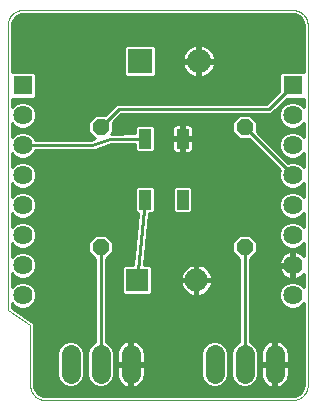
<source format=gtl>
G75*
%MOIN*%
%OFA0B0*%
%FSLAX25Y25*%
%IPPOS*%
%LPD*%
%AMOC8*
5,1,8,0,0,1.08239X$1,22.5*
%
%ADD10C,0.00100*%
%ADD11R,0.06400X0.06400*%
%ADD12C,0.06400*%
%ADD13OC8,0.05600*%
%ADD14C,0.06400*%
%ADD15R,0.08000X0.08000*%
%ADD16C,0.08000*%
%ADD17C,0.07600*%
%ADD18R,0.07600X0.07600*%
%ADD19R,0.03937X0.06500*%
%ADD20C,0.01000*%
D10*
X0087000Y0031500D02*
X0094500Y0026500D01*
X0094500Y0006500D01*
X0094502Y0006360D01*
X0094508Y0006220D01*
X0094518Y0006080D01*
X0094531Y0005940D01*
X0094549Y0005801D01*
X0094571Y0005662D01*
X0094596Y0005525D01*
X0094625Y0005387D01*
X0094658Y0005251D01*
X0094695Y0005116D01*
X0094736Y0004982D01*
X0094781Y0004849D01*
X0094829Y0004717D01*
X0094881Y0004587D01*
X0094936Y0004458D01*
X0094995Y0004331D01*
X0095058Y0004205D01*
X0095124Y0004081D01*
X0095193Y0003960D01*
X0095266Y0003840D01*
X0095343Y0003722D01*
X0095422Y0003607D01*
X0095505Y0003493D01*
X0095591Y0003383D01*
X0095680Y0003274D01*
X0095772Y0003168D01*
X0095867Y0003065D01*
X0095964Y0002964D01*
X0096065Y0002867D01*
X0096168Y0002772D01*
X0096274Y0002680D01*
X0096383Y0002591D01*
X0096493Y0002505D01*
X0096607Y0002422D01*
X0096722Y0002343D01*
X0096840Y0002266D01*
X0096960Y0002193D01*
X0097081Y0002124D01*
X0097205Y0002058D01*
X0097331Y0001995D01*
X0097458Y0001936D01*
X0097587Y0001881D01*
X0097717Y0001829D01*
X0097849Y0001781D01*
X0097982Y0001736D01*
X0098116Y0001695D01*
X0098251Y0001658D01*
X0098387Y0001625D01*
X0098525Y0001596D01*
X0098662Y0001571D01*
X0098801Y0001549D01*
X0098940Y0001531D01*
X0099080Y0001518D01*
X0099220Y0001508D01*
X0099360Y0001502D01*
X0099500Y0001500D01*
X0182000Y0001500D01*
X0182140Y0001502D01*
X0182280Y0001508D01*
X0182420Y0001518D01*
X0182560Y0001531D01*
X0182699Y0001549D01*
X0182838Y0001571D01*
X0182975Y0001596D01*
X0183113Y0001625D01*
X0183249Y0001658D01*
X0183384Y0001695D01*
X0183518Y0001736D01*
X0183651Y0001781D01*
X0183783Y0001829D01*
X0183913Y0001881D01*
X0184042Y0001936D01*
X0184169Y0001995D01*
X0184295Y0002058D01*
X0184419Y0002124D01*
X0184540Y0002193D01*
X0184660Y0002266D01*
X0184778Y0002343D01*
X0184893Y0002422D01*
X0185007Y0002505D01*
X0185117Y0002591D01*
X0185226Y0002680D01*
X0185332Y0002772D01*
X0185435Y0002867D01*
X0185536Y0002964D01*
X0185633Y0003065D01*
X0185728Y0003168D01*
X0185820Y0003274D01*
X0185909Y0003383D01*
X0185995Y0003493D01*
X0186078Y0003607D01*
X0186157Y0003722D01*
X0186234Y0003840D01*
X0186307Y0003960D01*
X0186376Y0004081D01*
X0186442Y0004205D01*
X0186505Y0004331D01*
X0186564Y0004458D01*
X0186619Y0004587D01*
X0186671Y0004717D01*
X0186719Y0004849D01*
X0186764Y0004982D01*
X0186805Y0005116D01*
X0186842Y0005251D01*
X0186875Y0005387D01*
X0186904Y0005525D01*
X0186929Y0005662D01*
X0186951Y0005801D01*
X0186969Y0005940D01*
X0186982Y0006080D01*
X0186992Y0006220D01*
X0186998Y0006360D01*
X0187000Y0006500D01*
X0187000Y0126500D01*
X0186998Y0126640D01*
X0186992Y0126780D01*
X0186982Y0126920D01*
X0186969Y0127060D01*
X0186951Y0127199D01*
X0186929Y0127338D01*
X0186904Y0127475D01*
X0186875Y0127613D01*
X0186842Y0127749D01*
X0186805Y0127884D01*
X0186764Y0128018D01*
X0186719Y0128151D01*
X0186671Y0128283D01*
X0186619Y0128413D01*
X0186564Y0128542D01*
X0186505Y0128669D01*
X0186442Y0128795D01*
X0186376Y0128919D01*
X0186307Y0129040D01*
X0186234Y0129160D01*
X0186157Y0129278D01*
X0186078Y0129393D01*
X0185995Y0129507D01*
X0185909Y0129617D01*
X0185820Y0129726D01*
X0185728Y0129832D01*
X0185633Y0129935D01*
X0185536Y0130036D01*
X0185435Y0130133D01*
X0185332Y0130228D01*
X0185226Y0130320D01*
X0185117Y0130409D01*
X0185007Y0130495D01*
X0184893Y0130578D01*
X0184778Y0130657D01*
X0184660Y0130734D01*
X0184540Y0130807D01*
X0184419Y0130876D01*
X0184295Y0130942D01*
X0184169Y0131005D01*
X0184042Y0131064D01*
X0183913Y0131119D01*
X0183783Y0131171D01*
X0183651Y0131219D01*
X0183518Y0131264D01*
X0183384Y0131305D01*
X0183249Y0131342D01*
X0183113Y0131375D01*
X0182975Y0131404D01*
X0182838Y0131429D01*
X0182699Y0131451D01*
X0182560Y0131469D01*
X0182420Y0131482D01*
X0182280Y0131492D01*
X0182140Y0131498D01*
X0182000Y0131500D01*
X0092000Y0131500D01*
X0091860Y0131498D01*
X0091720Y0131492D01*
X0091580Y0131482D01*
X0091440Y0131469D01*
X0091301Y0131451D01*
X0091162Y0131429D01*
X0091025Y0131404D01*
X0090887Y0131375D01*
X0090751Y0131342D01*
X0090616Y0131305D01*
X0090482Y0131264D01*
X0090349Y0131219D01*
X0090217Y0131171D01*
X0090087Y0131119D01*
X0089958Y0131064D01*
X0089831Y0131005D01*
X0089705Y0130942D01*
X0089581Y0130876D01*
X0089460Y0130807D01*
X0089340Y0130734D01*
X0089222Y0130657D01*
X0089107Y0130578D01*
X0088993Y0130495D01*
X0088883Y0130409D01*
X0088774Y0130320D01*
X0088668Y0130228D01*
X0088565Y0130133D01*
X0088464Y0130036D01*
X0088367Y0129935D01*
X0088272Y0129832D01*
X0088180Y0129726D01*
X0088091Y0129617D01*
X0088005Y0129507D01*
X0087922Y0129393D01*
X0087843Y0129278D01*
X0087766Y0129160D01*
X0087693Y0129040D01*
X0087624Y0128919D01*
X0087558Y0128795D01*
X0087495Y0128669D01*
X0087436Y0128542D01*
X0087381Y0128413D01*
X0087329Y0128283D01*
X0087281Y0128151D01*
X0087236Y0128018D01*
X0087195Y0127884D01*
X0087158Y0127749D01*
X0087125Y0127613D01*
X0087096Y0127475D01*
X0087071Y0127338D01*
X0087049Y0127199D01*
X0087031Y0127060D01*
X0087018Y0126920D01*
X0087008Y0126780D01*
X0087002Y0126640D01*
X0087000Y0126500D01*
X0087000Y0031500D01*
D11*
X0092000Y0106500D03*
X0182000Y0106500D03*
D12*
X0182000Y0096500D03*
X0182000Y0086500D03*
X0182000Y0076500D03*
X0182000Y0066500D03*
X0182000Y0056500D03*
X0182000Y0046500D03*
X0182000Y0036500D03*
X0092000Y0036500D03*
X0092000Y0046500D03*
X0092000Y0056500D03*
X0092000Y0066500D03*
X0092000Y0076500D03*
X0092000Y0086500D03*
X0092000Y0096500D03*
D13*
X0118000Y0092500D03*
X0166000Y0092500D03*
X0166000Y0052500D03*
X0118000Y0052500D03*
D14*
X0118000Y0016700D02*
X0118000Y0010300D01*
X0108000Y0010300D02*
X0108000Y0016700D01*
X0128000Y0016700D02*
X0128000Y0010300D01*
X0156000Y0010300D02*
X0156000Y0016700D01*
X0166000Y0016700D02*
X0166000Y0010300D01*
X0176000Y0010300D02*
X0176000Y0016700D01*
D15*
X0131000Y0114500D03*
D16*
X0150685Y0114500D03*
D17*
X0149843Y0041500D03*
D18*
X0130157Y0041500D03*
D19*
X0132701Y0068354D03*
X0145299Y0068354D03*
X0145299Y0088646D03*
X0132701Y0088646D03*
D20*
X0121000Y0088500D01*
X0115000Y0086500D01*
X0092000Y0086500D01*
X0096125Y0084700D02*
X0114575Y0084700D01*
X0114862Y0084557D01*
X0115292Y0084700D01*
X0115746Y0084700D01*
X0115972Y0084927D01*
X0121303Y0086704D01*
X0129432Y0086805D01*
X0129432Y0084857D01*
X0130194Y0084096D01*
X0135208Y0084096D01*
X0135969Y0084857D01*
X0135969Y0092434D01*
X0135208Y0093196D01*
X0130194Y0093196D01*
X0129432Y0092434D01*
X0129432Y0090405D01*
X0121606Y0090308D01*
X0122100Y0090802D01*
X0122100Y0094054D01*
X0124746Y0096700D01*
X0174746Y0096700D01*
X0175800Y0097754D01*
X0180046Y0102000D01*
X0185650Y0102000D01*
X0185650Y0099214D01*
X0184549Y0100315D01*
X0182895Y0101000D01*
X0181105Y0101000D01*
X0179451Y0100315D01*
X0178185Y0099049D01*
X0177500Y0097395D01*
X0177500Y0095605D01*
X0178185Y0093951D01*
X0179451Y0092685D01*
X0181105Y0092000D01*
X0182895Y0092000D01*
X0184549Y0092685D01*
X0185650Y0093786D01*
X0185650Y0089214D01*
X0184549Y0090315D01*
X0182895Y0091000D01*
X0181105Y0091000D01*
X0179451Y0090315D01*
X0178185Y0089049D01*
X0177500Y0087395D01*
X0177500Y0085605D01*
X0178185Y0083951D01*
X0179451Y0082685D01*
X0181105Y0082000D01*
X0182895Y0082000D01*
X0184549Y0082685D01*
X0185650Y0083786D01*
X0185650Y0079214D01*
X0184549Y0080315D01*
X0182895Y0081000D01*
X0181105Y0081000D01*
X0180356Y0080690D01*
X0170100Y0090946D01*
X0170100Y0094198D01*
X0167698Y0096600D01*
X0164302Y0096600D01*
X0161900Y0094198D01*
X0161900Y0090802D01*
X0164302Y0088400D01*
X0167554Y0088400D01*
X0177810Y0078144D01*
X0177500Y0077395D01*
X0177500Y0075605D01*
X0178185Y0073951D01*
X0179451Y0072685D01*
X0181105Y0072000D01*
X0182895Y0072000D01*
X0184549Y0072685D01*
X0185650Y0073786D01*
X0185650Y0069214D01*
X0184549Y0070315D01*
X0182895Y0071000D01*
X0181105Y0071000D01*
X0179451Y0070315D01*
X0178185Y0069049D01*
X0177500Y0067395D01*
X0177500Y0065605D01*
X0178185Y0063951D01*
X0179451Y0062685D01*
X0181105Y0062000D01*
X0182895Y0062000D01*
X0184549Y0062685D01*
X0185650Y0063786D01*
X0185650Y0059214D01*
X0184549Y0060315D01*
X0182895Y0061000D01*
X0181105Y0061000D01*
X0179451Y0060315D01*
X0178185Y0059049D01*
X0177500Y0057395D01*
X0177500Y0055605D01*
X0178185Y0053951D01*
X0179451Y0052685D01*
X0181105Y0052000D01*
X0182895Y0052000D01*
X0184549Y0052685D01*
X0185650Y0053786D01*
X0185650Y0049472D01*
X0185585Y0049562D01*
X0185062Y0050085D01*
X0184463Y0050520D01*
X0183804Y0050856D01*
X0183101Y0051084D01*
X0182500Y0051179D01*
X0182500Y0047000D01*
X0181500Y0047000D01*
X0181500Y0051179D01*
X0180899Y0051084D01*
X0180196Y0050856D01*
X0179537Y0050520D01*
X0178938Y0050085D01*
X0178415Y0049562D01*
X0177980Y0048963D01*
X0177644Y0048304D01*
X0177416Y0047601D01*
X0177321Y0047000D01*
X0181500Y0047000D01*
X0181500Y0046000D01*
X0182500Y0046000D01*
X0182500Y0041821D01*
X0183101Y0041916D01*
X0183804Y0042144D01*
X0184463Y0042480D01*
X0185062Y0042915D01*
X0185585Y0043438D01*
X0185650Y0043528D01*
X0185650Y0039214D01*
X0184549Y0040315D01*
X0182895Y0041000D01*
X0181105Y0041000D01*
X0179451Y0040315D01*
X0178185Y0039049D01*
X0177500Y0037395D01*
X0177500Y0035605D01*
X0178185Y0033951D01*
X0179451Y0032685D01*
X0181105Y0032000D01*
X0182895Y0032000D01*
X0184549Y0032685D01*
X0185650Y0033786D01*
X0185650Y0006500D01*
X0185580Y0005788D01*
X0185035Y0004472D01*
X0184028Y0003465D01*
X0182712Y0002920D01*
X0182000Y0002850D01*
X0099500Y0002850D01*
X0098788Y0002920D01*
X0097472Y0003465D01*
X0096465Y0004472D01*
X0095920Y0005788D01*
X0095850Y0006500D01*
X0095850Y0026091D01*
X0095933Y0026216D01*
X0095850Y0026634D01*
X0095850Y0027059D01*
X0095744Y0027166D01*
X0095714Y0027313D01*
X0095360Y0027549D01*
X0095059Y0027850D01*
X0094909Y0027850D01*
X0088350Y0032222D01*
X0088350Y0033786D01*
X0089451Y0032685D01*
X0091105Y0032000D01*
X0092895Y0032000D01*
X0094549Y0032685D01*
X0095815Y0033951D01*
X0096500Y0035605D01*
X0096500Y0037395D01*
X0095815Y0039049D01*
X0094549Y0040315D01*
X0092895Y0041000D01*
X0091105Y0041000D01*
X0089451Y0040315D01*
X0088350Y0039214D01*
X0088350Y0043786D01*
X0089451Y0042685D01*
X0091105Y0042000D01*
X0092895Y0042000D01*
X0094549Y0042685D01*
X0095815Y0043951D01*
X0096500Y0045605D01*
X0096500Y0047395D01*
X0095815Y0049049D01*
X0094549Y0050315D01*
X0092895Y0051000D01*
X0091105Y0051000D01*
X0089451Y0050315D01*
X0088350Y0049214D01*
X0088350Y0053786D01*
X0089451Y0052685D01*
X0091105Y0052000D01*
X0092895Y0052000D01*
X0094549Y0052685D01*
X0095815Y0053951D01*
X0096500Y0055605D01*
X0096500Y0057395D01*
X0095815Y0059049D01*
X0094549Y0060315D01*
X0092895Y0061000D01*
X0091105Y0061000D01*
X0089451Y0060315D01*
X0088350Y0059214D01*
X0088350Y0063786D01*
X0089451Y0062685D01*
X0091105Y0062000D01*
X0092895Y0062000D01*
X0094549Y0062685D01*
X0095815Y0063951D01*
X0096500Y0065605D01*
X0096500Y0067395D01*
X0095815Y0069049D01*
X0094549Y0070315D01*
X0092895Y0071000D01*
X0091105Y0071000D01*
X0089451Y0070315D01*
X0088350Y0069214D01*
X0088350Y0073786D01*
X0089451Y0072685D01*
X0091105Y0072000D01*
X0092895Y0072000D01*
X0094549Y0072685D01*
X0095815Y0073951D01*
X0096500Y0075605D01*
X0096500Y0077395D01*
X0095815Y0079049D01*
X0094549Y0080315D01*
X0092895Y0081000D01*
X0091105Y0081000D01*
X0089451Y0080315D01*
X0088350Y0079214D01*
X0088350Y0083786D01*
X0089451Y0082685D01*
X0091105Y0082000D01*
X0092895Y0082000D01*
X0094549Y0082685D01*
X0095815Y0083951D01*
X0096125Y0084700D01*
X0095991Y0084376D02*
X0129913Y0084376D01*
X0129432Y0085375D02*
X0117317Y0085375D01*
X0120312Y0086373D02*
X0129432Y0086373D01*
X0126412Y0090368D02*
X0121666Y0090368D01*
X0122100Y0091366D02*
X0129432Y0091366D01*
X0129432Y0092365D02*
X0122100Y0092365D01*
X0122100Y0093363D02*
X0143012Y0093363D01*
X0143133Y0093396D02*
X0142752Y0093293D01*
X0142410Y0093096D01*
X0142130Y0092817D01*
X0141933Y0092475D01*
X0141831Y0092093D01*
X0141831Y0089130D01*
X0144815Y0089130D01*
X0144815Y0093396D01*
X0143133Y0093396D01*
X0141903Y0092365D02*
X0135969Y0092365D01*
X0135969Y0091366D02*
X0141831Y0091366D01*
X0141831Y0090368D02*
X0135969Y0090368D01*
X0135969Y0089369D02*
X0141831Y0089369D01*
X0141831Y0088161D02*
X0141831Y0085198D01*
X0141933Y0084817D01*
X0142130Y0084475D01*
X0142410Y0084195D01*
X0142752Y0083998D01*
X0143133Y0083896D01*
X0144815Y0083896D01*
X0144815Y0088161D01*
X0145783Y0088161D01*
X0145783Y0083896D01*
X0147465Y0083896D01*
X0147847Y0083998D01*
X0148189Y0084195D01*
X0148468Y0084475D01*
X0148665Y0084817D01*
X0148768Y0085198D01*
X0148768Y0088161D01*
X0145784Y0088161D01*
X0145784Y0089130D01*
X0148768Y0089130D01*
X0148768Y0092093D01*
X0148665Y0092475D01*
X0148468Y0092817D01*
X0148189Y0093096D01*
X0147847Y0093293D01*
X0147465Y0093396D01*
X0145783Y0093396D01*
X0145783Y0089130D01*
X0144815Y0089130D01*
X0144815Y0088161D01*
X0141831Y0088161D01*
X0141831Y0087372D02*
X0135969Y0087372D01*
X0135969Y0088370D02*
X0144815Y0088370D01*
X0145784Y0088370D02*
X0167584Y0088370D01*
X0168582Y0087372D02*
X0148768Y0087372D01*
X0148768Y0086373D02*
X0169581Y0086373D01*
X0170579Y0085375D02*
X0148768Y0085375D01*
X0148370Y0084376D02*
X0171578Y0084376D01*
X0172576Y0083378D02*
X0095242Y0083378D01*
X0093811Y0082379D02*
X0173575Y0082379D01*
X0174573Y0081381D02*
X0088350Y0081381D01*
X0088350Y0082379D02*
X0090189Y0082379D01*
X0088758Y0083378D02*
X0088350Y0083378D01*
X0088350Y0080382D02*
X0089614Y0080382D01*
X0088520Y0079384D02*
X0088350Y0079384D01*
X0088350Y0073393D02*
X0088743Y0073393D01*
X0088350Y0072394D02*
X0090153Y0072394D01*
X0088350Y0071396D02*
X0129432Y0071396D01*
X0129432Y0072143D02*
X0129432Y0064566D01*
X0130194Y0063804D01*
X0130462Y0063804D01*
X0128832Y0046600D01*
X0125819Y0046600D01*
X0125057Y0045838D01*
X0125057Y0037162D01*
X0125819Y0036400D01*
X0134496Y0036400D01*
X0135257Y0037162D01*
X0135257Y0045838D01*
X0134496Y0046600D01*
X0132449Y0046600D01*
X0134078Y0063804D01*
X0135208Y0063804D01*
X0135969Y0064566D01*
X0135969Y0072143D01*
X0135208Y0072904D01*
X0130194Y0072904D01*
X0129432Y0072143D01*
X0129684Y0072394D02*
X0093847Y0072394D01*
X0095257Y0073393D02*
X0178743Y0073393D01*
X0178003Y0074391D02*
X0095997Y0074391D01*
X0096411Y0075390D02*
X0177589Y0075390D01*
X0177500Y0076388D02*
X0096500Y0076388D01*
X0096500Y0077387D02*
X0177500Y0077387D01*
X0177569Y0078385D02*
X0096090Y0078385D01*
X0095480Y0079384D02*
X0176571Y0079384D01*
X0175572Y0080382D02*
X0094386Y0080382D01*
X0096125Y0088300D02*
X0095815Y0089049D01*
X0094549Y0090315D01*
X0092895Y0091000D01*
X0091105Y0091000D01*
X0089451Y0090315D01*
X0088350Y0089214D01*
X0088350Y0093786D01*
X0089451Y0092685D01*
X0091105Y0092000D01*
X0092895Y0092000D01*
X0094549Y0092685D01*
X0095815Y0093951D01*
X0096500Y0095605D01*
X0096500Y0097395D01*
X0095815Y0099049D01*
X0094549Y0100315D01*
X0092895Y0101000D01*
X0091105Y0101000D01*
X0089451Y0100315D01*
X0088350Y0099214D01*
X0088350Y0102000D01*
X0095738Y0102000D01*
X0096500Y0102762D01*
X0096500Y0110238D01*
X0095738Y0111000D01*
X0088350Y0111000D01*
X0088350Y0126500D01*
X0088420Y0127212D01*
X0088965Y0128528D01*
X0089972Y0129535D01*
X0091288Y0130080D01*
X0092000Y0130150D01*
X0182000Y0130150D01*
X0182712Y0130080D01*
X0184028Y0129535D01*
X0185035Y0128528D01*
X0185580Y0127212D01*
X0185650Y0126500D01*
X0185650Y0111000D01*
X0178262Y0111000D01*
X0177500Y0110238D01*
X0177500Y0104546D01*
X0173254Y0100300D01*
X0123254Y0100300D01*
X0119554Y0096600D01*
X0116302Y0096600D01*
X0113900Y0094198D01*
X0113900Y0090802D01*
X0115978Y0088723D01*
X0114708Y0088300D01*
X0096125Y0088300D01*
X0096096Y0088370D02*
X0114919Y0088370D01*
X0115333Y0089369D02*
X0095495Y0089369D01*
X0094422Y0090368D02*
X0114334Y0090368D01*
X0113900Y0091366D02*
X0088350Y0091366D01*
X0088350Y0090368D02*
X0089578Y0090368D01*
X0088505Y0089369D02*
X0088350Y0089369D01*
X0088350Y0092365D02*
X0090225Y0092365D01*
X0088773Y0093363D02*
X0088350Y0093363D01*
X0093775Y0092365D02*
X0113900Y0092365D01*
X0113900Y0093363D02*
X0095227Y0093363D01*
X0095985Y0094362D02*
X0114063Y0094362D01*
X0115062Y0095360D02*
X0096399Y0095360D01*
X0096500Y0096359D02*
X0116060Y0096359D01*
X0120312Y0097357D02*
X0096500Y0097357D01*
X0096102Y0098356D02*
X0121310Y0098356D01*
X0122309Y0099354D02*
X0095510Y0099354D01*
X0094458Y0100353D02*
X0173307Y0100353D01*
X0174306Y0101351D02*
X0088350Y0101351D01*
X0088350Y0100353D02*
X0089542Y0100353D01*
X0088490Y0099354D02*
X0088350Y0099354D01*
X0096088Y0102350D02*
X0175304Y0102350D01*
X0176303Y0103348D02*
X0096500Y0103348D01*
X0096500Y0104347D02*
X0177301Y0104347D01*
X0177500Y0105345D02*
X0096500Y0105345D01*
X0096500Y0106344D02*
X0177500Y0106344D01*
X0177500Y0107342D02*
X0096500Y0107342D01*
X0096500Y0108341D02*
X0177500Y0108341D01*
X0177500Y0109339D02*
X0152600Y0109339D01*
X0152796Y0109403D02*
X0151973Y0109135D01*
X0151185Y0109011D01*
X0151185Y0114000D01*
X0150185Y0114000D01*
X0145196Y0114000D01*
X0145320Y0113212D01*
X0145588Y0112389D01*
X0145981Y0111617D01*
X0146490Y0110917D01*
X0147102Y0110305D01*
X0147802Y0109796D01*
X0148574Y0109403D01*
X0149397Y0109135D01*
X0150185Y0109011D01*
X0150185Y0114000D01*
X0150185Y0115000D01*
X0145196Y0115000D01*
X0145320Y0115788D01*
X0145588Y0116611D01*
X0145981Y0117383D01*
X0146490Y0118083D01*
X0147102Y0118695D01*
X0147802Y0119204D01*
X0148574Y0119597D01*
X0149397Y0119865D01*
X0150185Y0119989D01*
X0150185Y0115000D01*
X0151185Y0115000D01*
X0151185Y0119989D01*
X0151973Y0119865D01*
X0152796Y0119597D01*
X0153568Y0119204D01*
X0154268Y0118695D01*
X0154880Y0118083D01*
X0155389Y0117383D01*
X0155782Y0116611D01*
X0156050Y0115788D01*
X0156174Y0115000D01*
X0151185Y0115000D01*
X0151185Y0114000D01*
X0156174Y0114000D01*
X0156050Y0113212D01*
X0155782Y0112389D01*
X0155389Y0111617D01*
X0154880Y0110917D01*
X0154268Y0110305D01*
X0153568Y0109796D01*
X0152796Y0109403D01*
X0151185Y0109339D02*
X0150185Y0109339D01*
X0150185Y0110338D02*
X0151185Y0110338D01*
X0151185Y0111336D02*
X0150185Y0111336D01*
X0150185Y0112335D02*
X0151185Y0112335D01*
X0151185Y0113333D02*
X0150185Y0113333D01*
X0150185Y0114332D02*
X0136300Y0114332D01*
X0136300Y0115330D02*
X0145248Y0115330D01*
X0145496Y0116329D02*
X0136300Y0116329D01*
X0136300Y0117327D02*
X0145953Y0117327D01*
X0146733Y0118326D02*
X0136300Y0118326D01*
X0136300Y0119038D02*
X0135538Y0119800D01*
X0126462Y0119800D01*
X0125700Y0119038D01*
X0125700Y0109962D01*
X0126462Y0109200D01*
X0135538Y0109200D01*
X0136300Y0109962D01*
X0136300Y0119038D01*
X0136014Y0119324D02*
X0148039Y0119324D01*
X0150185Y0119324D02*
X0151185Y0119324D01*
X0151185Y0118326D02*
X0150185Y0118326D01*
X0150185Y0117327D02*
X0151185Y0117327D01*
X0151185Y0116329D02*
X0150185Y0116329D01*
X0150185Y0115330D02*
X0151185Y0115330D01*
X0151185Y0114332D02*
X0185650Y0114332D01*
X0185650Y0115330D02*
X0156122Y0115330D01*
X0155874Y0116329D02*
X0185650Y0116329D01*
X0185650Y0117327D02*
X0155417Y0117327D01*
X0154637Y0118326D02*
X0185650Y0118326D01*
X0185650Y0119324D02*
X0153332Y0119324D01*
X0156069Y0113333D02*
X0185650Y0113333D01*
X0185650Y0112335D02*
X0155755Y0112335D01*
X0155185Y0111336D02*
X0185650Y0111336D01*
X0182000Y0106500D02*
X0174000Y0098500D01*
X0124000Y0098500D01*
X0118000Y0092500D01*
X0122407Y0094362D02*
X0162063Y0094362D01*
X0161900Y0093363D02*
X0147587Y0093363D01*
X0148695Y0092365D02*
X0161900Y0092365D01*
X0161900Y0091366D02*
X0148768Y0091366D01*
X0148768Y0090368D02*
X0162334Y0090368D01*
X0163333Y0089369D02*
X0148768Y0089369D01*
X0145783Y0089369D02*
X0144815Y0089369D01*
X0144815Y0090368D02*
X0145783Y0090368D01*
X0145783Y0091366D02*
X0144815Y0091366D01*
X0144815Y0092365D02*
X0145783Y0092365D01*
X0145783Y0093363D02*
X0144815Y0093363D01*
X0144815Y0087372D02*
X0145783Y0087372D01*
X0145783Y0086373D02*
X0144815Y0086373D01*
X0144815Y0085375D02*
X0145783Y0085375D01*
X0145783Y0084376D02*
X0144815Y0084376D01*
X0142229Y0084376D02*
X0135489Y0084376D01*
X0135969Y0085375D02*
X0141831Y0085375D01*
X0141831Y0086373D02*
X0135969Y0086373D01*
X0123406Y0095360D02*
X0163062Y0095360D01*
X0164060Y0096359D02*
X0124404Y0096359D01*
X0126322Y0109339D02*
X0096500Y0109339D01*
X0096401Y0110338D02*
X0125700Y0110338D01*
X0125700Y0111336D02*
X0088350Y0111336D01*
X0088350Y0112335D02*
X0125700Y0112335D01*
X0125700Y0113333D02*
X0088350Y0113333D01*
X0088350Y0114332D02*
X0125700Y0114332D01*
X0125700Y0115330D02*
X0088350Y0115330D01*
X0088350Y0116329D02*
X0125700Y0116329D01*
X0125700Y0117327D02*
X0088350Y0117327D01*
X0088350Y0118326D02*
X0125700Y0118326D01*
X0125986Y0119324D02*
X0088350Y0119324D01*
X0088350Y0120323D02*
X0185650Y0120323D01*
X0185650Y0121321D02*
X0088350Y0121321D01*
X0088350Y0122320D02*
X0185650Y0122320D01*
X0185650Y0123318D02*
X0088350Y0123318D01*
X0088350Y0124317D02*
X0185650Y0124317D01*
X0185650Y0125315D02*
X0088350Y0125315D01*
X0088350Y0126314D02*
X0185650Y0126314D01*
X0185538Y0127312D02*
X0088462Y0127312D01*
X0088875Y0128311D02*
X0185125Y0128311D01*
X0184253Y0129309D02*
X0089747Y0129309D01*
X0135678Y0109339D02*
X0148770Y0109339D01*
X0147069Y0110338D02*
X0136300Y0110338D01*
X0136300Y0111336D02*
X0146185Y0111336D01*
X0145615Y0112335D02*
X0136300Y0112335D01*
X0136300Y0113333D02*
X0145301Y0113333D01*
X0154301Y0110338D02*
X0177599Y0110338D01*
X0179397Y0101351D02*
X0185650Y0101351D01*
X0185650Y0100353D02*
X0184458Y0100353D01*
X0185510Y0099354D02*
X0185650Y0099354D01*
X0179542Y0100353D02*
X0178398Y0100353D01*
X0178490Y0099354D02*
X0177400Y0099354D01*
X0177898Y0098356D02*
X0176401Y0098356D01*
X0175403Y0097357D02*
X0177500Y0097357D01*
X0177500Y0096359D02*
X0167940Y0096359D01*
X0168938Y0095360D02*
X0177601Y0095360D01*
X0178015Y0094362D02*
X0169937Y0094362D01*
X0170100Y0093363D02*
X0178773Y0093363D01*
X0180225Y0092365D02*
X0170100Y0092365D01*
X0170100Y0091366D02*
X0185650Y0091366D01*
X0185650Y0090368D02*
X0184422Y0090368D01*
X0185495Y0089369D02*
X0185650Y0089369D01*
X0185650Y0092365D02*
X0183775Y0092365D01*
X0185227Y0093363D02*
X0185650Y0093363D01*
X0179578Y0090368D02*
X0170678Y0090368D01*
X0171677Y0089369D02*
X0178505Y0089369D01*
X0177904Y0088370D02*
X0172675Y0088370D01*
X0173674Y0087372D02*
X0177500Y0087372D01*
X0177500Y0086373D02*
X0174672Y0086373D01*
X0175671Y0085375D02*
X0177595Y0085375D01*
X0178009Y0084376D02*
X0176669Y0084376D01*
X0177668Y0083378D02*
X0178758Y0083378D01*
X0178666Y0082379D02*
X0180189Y0082379D01*
X0179665Y0081381D02*
X0185650Y0081381D01*
X0185650Y0082379D02*
X0183811Y0082379D01*
X0185242Y0083378D02*
X0185650Y0083378D01*
X0185650Y0080382D02*
X0184386Y0080382D01*
X0185480Y0079384D02*
X0185650Y0079384D01*
X0182000Y0076500D02*
X0166000Y0092500D01*
X0185257Y0073393D02*
X0185650Y0073393D01*
X0185650Y0072394D02*
X0183847Y0072394D01*
X0185650Y0071396D02*
X0148568Y0071396D01*
X0148568Y0072143D02*
X0147806Y0072904D01*
X0142792Y0072904D01*
X0142031Y0072143D01*
X0142031Y0064566D01*
X0142792Y0063804D01*
X0147806Y0063804D01*
X0148568Y0064566D01*
X0148568Y0072143D01*
X0148316Y0072394D02*
X0180153Y0072394D01*
X0179650Y0070397D02*
X0148568Y0070397D01*
X0148568Y0069399D02*
X0178535Y0069399D01*
X0177916Y0068400D02*
X0148568Y0068400D01*
X0148568Y0067402D02*
X0177503Y0067402D01*
X0177500Y0066403D02*
X0148568Y0066403D01*
X0148568Y0065405D02*
X0177583Y0065405D01*
X0177996Y0064406D02*
X0148408Y0064406D01*
X0142190Y0064406D02*
X0135810Y0064406D01*
X0135969Y0065405D02*
X0142031Y0065405D01*
X0142031Y0066403D02*
X0135969Y0066403D01*
X0135969Y0067402D02*
X0142031Y0067402D01*
X0142031Y0068400D02*
X0135969Y0068400D01*
X0135969Y0069399D02*
X0142031Y0069399D01*
X0142031Y0070397D02*
X0135969Y0070397D01*
X0135969Y0071396D02*
X0142031Y0071396D01*
X0142282Y0072394D02*
X0135718Y0072394D01*
X0132701Y0068354D02*
X0130157Y0041500D01*
X0135257Y0041440D02*
X0149457Y0041440D01*
X0149457Y0041114D02*
X0149457Y0041886D01*
X0149457Y0046800D01*
X0149425Y0046800D01*
X0148601Y0046669D01*
X0147808Y0046412D01*
X0147065Y0046033D01*
X0146390Y0045543D01*
X0145800Y0044953D01*
X0145310Y0044278D01*
X0144931Y0043534D01*
X0144673Y0042741D01*
X0144543Y0041917D01*
X0144543Y0041886D01*
X0149457Y0041886D01*
X0150228Y0041886D01*
X0150228Y0046800D01*
X0150260Y0046800D01*
X0151084Y0046669D01*
X0151877Y0046412D01*
X0152620Y0046033D01*
X0153295Y0045543D01*
X0153885Y0044953D01*
X0154375Y0044278D01*
X0154754Y0043534D01*
X0155012Y0042741D01*
X0155143Y0041917D01*
X0155143Y0041886D01*
X0150228Y0041886D01*
X0150228Y0041114D01*
X0150228Y0036200D01*
X0150260Y0036200D01*
X0151084Y0036330D01*
X0151877Y0036588D01*
X0152620Y0036967D01*
X0153295Y0037457D01*
X0153885Y0038047D01*
X0154375Y0038722D01*
X0154754Y0039466D01*
X0155012Y0040259D01*
X0155143Y0041083D01*
X0155142Y0041114D01*
X0150228Y0041114D01*
X0149457Y0041114D01*
X0149457Y0036200D01*
X0149425Y0036200D01*
X0148601Y0036330D01*
X0147808Y0036588D01*
X0147065Y0036967D01*
X0146390Y0037457D01*
X0145800Y0038047D01*
X0145310Y0038722D01*
X0144931Y0039466D01*
X0144673Y0040259D01*
X0144543Y0041083D01*
X0144543Y0041114D01*
X0149457Y0041114D01*
X0149457Y0040442D02*
X0150228Y0040442D01*
X0150228Y0041440D02*
X0164200Y0041440D01*
X0164200Y0040442D02*
X0155041Y0040442D01*
X0154743Y0039443D02*
X0164200Y0039443D01*
X0164200Y0038445D02*
X0154174Y0038445D01*
X0153280Y0037446D02*
X0164200Y0037446D01*
X0164200Y0036448D02*
X0151445Y0036448D01*
X0150228Y0036448D02*
X0149457Y0036448D01*
X0149457Y0037446D02*
X0150228Y0037446D01*
X0150228Y0038445D02*
X0149457Y0038445D01*
X0149457Y0039443D02*
X0150228Y0039443D01*
X0150228Y0042439D02*
X0149457Y0042439D01*
X0149457Y0043437D02*
X0150228Y0043437D01*
X0150228Y0044436D02*
X0149457Y0044436D01*
X0149457Y0045434D02*
X0150228Y0045434D01*
X0150228Y0046433D02*
X0149457Y0046433D01*
X0147874Y0046433D02*
X0134663Y0046433D01*
X0135257Y0045434D02*
X0146282Y0045434D01*
X0145424Y0044436D02*
X0135257Y0044436D01*
X0135257Y0043437D02*
X0144899Y0043437D01*
X0144625Y0042439D02*
X0135257Y0042439D01*
X0135257Y0040442D02*
X0144644Y0040442D01*
X0144942Y0039443D02*
X0135257Y0039443D01*
X0135257Y0038445D02*
X0145511Y0038445D01*
X0146405Y0037446D02*
X0135257Y0037446D01*
X0134544Y0036448D02*
X0148240Y0036448D01*
X0155060Y0042439D02*
X0164200Y0042439D01*
X0164200Y0043437D02*
X0154786Y0043437D01*
X0154261Y0044436D02*
X0164200Y0044436D01*
X0164200Y0045434D02*
X0153403Y0045434D01*
X0151811Y0046433D02*
X0164200Y0046433D01*
X0164200Y0047432D02*
X0132527Y0047432D01*
X0132622Y0048430D02*
X0164200Y0048430D01*
X0164200Y0048502D02*
X0164200Y0020825D01*
X0163451Y0020515D01*
X0162185Y0019249D01*
X0161500Y0017595D01*
X0161500Y0009405D01*
X0162185Y0007751D01*
X0163451Y0006485D01*
X0165105Y0005800D01*
X0166895Y0005800D01*
X0168549Y0006485D01*
X0169815Y0007751D01*
X0170500Y0009405D01*
X0170500Y0017595D01*
X0169815Y0019249D01*
X0168549Y0020515D01*
X0167800Y0020825D01*
X0167800Y0048502D01*
X0170100Y0050802D01*
X0170100Y0054198D01*
X0167698Y0056600D01*
X0164302Y0056600D01*
X0161900Y0054198D01*
X0161900Y0050802D01*
X0164200Y0048502D01*
X0163273Y0049429D02*
X0132716Y0049429D01*
X0132811Y0050427D02*
X0162275Y0050427D01*
X0161900Y0051426D02*
X0132906Y0051426D01*
X0133000Y0052424D02*
X0161900Y0052424D01*
X0161900Y0053423D02*
X0133095Y0053423D01*
X0133189Y0054421D02*
X0162123Y0054421D01*
X0163121Y0055420D02*
X0133284Y0055420D01*
X0133378Y0056418D02*
X0164120Y0056418D01*
X0167880Y0056418D02*
X0177500Y0056418D01*
X0177509Y0057417D02*
X0133473Y0057417D01*
X0133567Y0058415D02*
X0177923Y0058415D01*
X0178550Y0059414D02*
X0133662Y0059414D01*
X0133757Y0060412D02*
X0179686Y0060412D01*
X0180117Y0062409D02*
X0133946Y0062409D01*
X0133851Y0061411D02*
X0185650Y0061411D01*
X0185650Y0062409D02*
X0183883Y0062409D01*
X0185272Y0063408D02*
X0185650Y0063408D01*
X0185650Y0060412D02*
X0184314Y0060412D01*
X0185450Y0059414D02*
X0185650Y0059414D01*
X0185650Y0053423D02*
X0185287Y0053423D01*
X0185650Y0052424D02*
X0183919Y0052424D01*
X0185650Y0051426D02*
X0170100Y0051426D01*
X0170100Y0052424D02*
X0180081Y0052424D01*
X0178713Y0053423D02*
X0170100Y0053423D01*
X0169877Y0054421D02*
X0177990Y0054421D01*
X0177577Y0055420D02*
X0168879Y0055420D01*
X0166000Y0052500D02*
X0166000Y0013500D01*
X0170500Y0013482D02*
X0175500Y0013482D01*
X0175500Y0013000D02*
X0175500Y0014000D01*
X0175500Y0021379D01*
X0174899Y0021284D01*
X0174196Y0021056D01*
X0173537Y0020720D01*
X0172938Y0020285D01*
X0172415Y0019762D01*
X0171980Y0019163D01*
X0171644Y0018504D01*
X0171416Y0017801D01*
X0171300Y0017070D01*
X0171300Y0014000D01*
X0175500Y0014000D01*
X0176500Y0014000D01*
X0180700Y0014000D01*
X0180700Y0017070D01*
X0180584Y0017801D01*
X0180356Y0018504D01*
X0180020Y0019163D01*
X0179585Y0019762D01*
X0179062Y0020285D01*
X0178463Y0020720D01*
X0177804Y0021056D01*
X0177101Y0021284D01*
X0176500Y0021379D01*
X0176500Y0014000D01*
X0176500Y0013000D01*
X0180700Y0013000D01*
X0180700Y0009930D01*
X0180584Y0009199D01*
X0180356Y0008496D01*
X0180020Y0007837D01*
X0179585Y0007238D01*
X0179062Y0006715D01*
X0178463Y0006280D01*
X0177804Y0005944D01*
X0177101Y0005716D01*
X0176500Y0005621D01*
X0176500Y0013000D01*
X0175500Y0013000D01*
X0175500Y0005621D01*
X0174899Y0005716D01*
X0174196Y0005944D01*
X0173537Y0006280D01*
X0172938Y0006715D01*
X0172415Y0007238D01*
X0171980Y0007837D01*
X0171644Y0008496D01*
X0171416Y0009199D01*
X0171300Y0009930D01*
X0171300Y0013000D01*
X0175500Y0013000D01*
X0175500Y0012484D02*
X0176500Y0012484D01*
X0176500Y0013482D02*
X0185650Y0013482D01*
X0185650Y0012484D02*
X0180700Y0012484D01*
X0180700Y0011485D02*
X0185650Y0011485D01*
X0185650Y0010487D02*
X0180700Y0010487D01*
X0180630Y0009488D02*
X0185650Y0009488D01*
X0185650Y0008490D02*
X0180352Y0008490D01*
X0179769Y0007491D02*
X0185650Y0007491D01*
X0185649Y0006493D02*
X0178756Y0006493D01*
X0176500Y0006493D02*
X0175500Y0006493D01*
X0175500Y0007491D02*
X0176500Y0007491D01*
X0176500Y0008490D02*
X0175500Y0008490D01*
X0175500Y0009488D02*
X0176500Y0009488D01*
X0176500Y0010487D02*
X0175500Y0010487D01*
X0175500Y0011485D02*
X0176500Y0011485D01*
X0176500Y0014481D02*
X0175500Y0014481D01*
X0175500Y0015479D02*
X0176500Y0015479D01*
X0176500Y0016478D02*
X0175500Y0016478D01*
X0175500Y0017476D02*
X0176500Y0017476D01*
X0176500Y0018475D02*
X0175500Y0018475D01*
X0175500Y0019473D02*
X0176500Y0019473D01*
X0176500Y0020472D02*
X0175500Y0020472D01*
X0178805Y0020472D02*
X0185650Y0020472D01*
X0185650Y0021470D02*
X0167800Y0021470D01*
X0167800Y0022469D02*
X0185650Y0022469D01*
X0185650Y0023467D02*
X0167800Y0023467D01*
X0167800Y0024466D02*
X0185650Y0024466D01*
X0185650Y0025464D02*
X0167800Y0025464D01*
X0167800Y0026463D02*
X0185650Y0026463D01*
X0185650Y0027461D02*
X0167800Y0027461D01*
X0167800Y0028460D02*
X0185650Y0028460D01*
X0185650Y0029458D02*
X0167800Y0029458D01*
X0167800Y0030457D02*
X0185650Y0030457D01*
X0185650Y0031455D02*
X0167800Y0031455D01*
X0167800Y0032454D02*
X0180009Y0032454D01*
X0178684Y0033452D02*
X0167800Y0033452D01*
X0167800Y0034451D02*
X0177978Y0034451D01*
X0177564Y0035449D02*
X0167800Y0035449D01*
X0167800Y0036448D02*
X0177500Y0036448D01*
X0177521Y0037446D02*
X0167800Y0037446D01*
X0167800Y0038445D02*
X0177935Y0038445D01*
X0178579Y0039443D02*
X0167800Y0039443D01*
X0167800Y0040442D02*
X0179758Y0040442D01*
X0180196Y0042144D02*
X0180899Y0041916D01*
X0181500Y0041821D01*
X0181500Y0046000D01*
X0177321Y0046000D01*
X0177416Y0045399D01*
X0177644Y0044696D01*
X0177980Y0044037D01*
X0178415Y0043438D01*
X0178938Y0042915D01*
X0179537Y0042480D01*
X0180196Y0042144D01*
X0179618Y0042439D02*
X0167800Y0042439D01*
X0167800Y0043437D02*
X0178416Y0043437D01*
X0177777Y0044436D02*
X0167800Y0044436D01*
X0167800Y0045434D02*
X0177410Y0045434D01*
X0177389Y0047432D02*
X0167800Y0047432D01*
X0167800Y0048430D02*
X0177708Y0048430D01*
X0178318Y0049429D02*
X0168727Y0049429D01*
X0169725Y0050427D02*
X0179409Y0050427D01*
X0181500Y0050427D02*
X0182500Y0050427D01*
X0182500Y0049429D02*
X0181500Y0049429D01*
X0181500Y0048430D02*
X0182500Y0048430D01*
X0182500Y0047432D02*
X0181500Y0047432D01*
X0181500Y0046433D02*
X0167800Y0046433D01*
X0167800Y0041440D02*
X0185650Y0041440D01*
X0185650Y0040442D02*
X0184242Y0040442D01*
X0185421Y0039443D02*
X0185650Y0039443D01*
X0185650Y0042439D02*
X0184382Y0042439D01*
X0185584Y0043437D02*
X0185650Y0043437D01*
X0182500Y0043437D02*
X0181500Y0043437D01*
X0181500Y0042439D02*
X0182500Y0042439D01*
X0182500Y0044436D02*
X0181500Y0044436D01*
X0181500Y0045434D02*
X0182500Y0045434D01*
X0184591Y0050427D02*
X0185650Y0050427D01*
X0178728Y0063408D02*
X0134040Y0063408D01*
X0130424Y0063408D02*
X0095272Y0063408D01*
X0096003Y0064406D02*
X0129592Y0064406D01*
X0129432Y0065405D02*
X0096417Y0065405D01*
X0096500Y0066403D02*
X0129432Y0066403D01*
X0129432Y0067402D02*
X0096497Y0067402D01*
X0096084Y0068400D02*
X0129432Y0068400D01*
X0129432Y0069399D02*
X0095465Y0069399D01*
X0094350Y0070397D02*
X0129432Y0070397D01*
X0130330Y0062409D02*
X0093883Y0062409D01*
X0094314Y0060412D02*
X0130141Y0060412D01*
X0130046Y0059414D02*
X0095450Y0059414D01*
X0096077Y0058415D02*
X0129951Y0058415D01*
X0129857Y0057417D02*
X0096491Y0057417D01*
X0096500Y0056418D02*
X0116120Y0056418D01*
X0116302Y0056600D02*
X0113900Y0054198D01*
X0113900Y0050802D01*
X0116200Y0048502D01*
X0116200Y0020825D01*
X0115451Y0020515D01*
X0114185Y0019249D01*
X0113500Y0017595D01*
X0113500Y0009405D01*
X0114185Y0007751D01*
X0115451Y0006485D01*
X0117105Y0005800D01*
X0118895Y0005800D01*
X0120549Y0006485D01*
X0121815Y0007751D01*
X0122500Y0009405D01*
X0122500Y0017595D01*
X0121815Y0019249D01*
X0120549Y0020515D01*
X0119800Y0020825D01*
X0119800Y0048502D01*
X0122100Y0050802D01*
X0122100Y0054198D01*
X0119698Y0056600D01*
X0116302Y0056600D01*
X0115121Y0055420D02*
X0096423Y0055420D01*
X0096010Y0054421D02*
X0114123Y0054421D01*
X0113900Y0053423D02*
X0095287Y0053423D01*
X0093919Y0052424D02*
X0113900Y0052424D01*
X0113900Y0051426D02*
X0088350Y0051426D01*
X0088350Y0052424D02*
X0090081Y0052424D01*
X0088713Y0053423D02*
X0088350Y0053423D01*
X0088350Y0050427D02*
X0089722Y0050427D01*
X0088565Y0049429D02*
X0088350Y0049429D01*
X0094278Y0050427D02*
X0114275Y0050427D01*
X0115273Y0049429D02*
X0095435Y0049429D01*
X0096071Y0048430D02*
X0116200Y0048430D01*
X0116200Y0047432D02*
X0096485Y0047432D01*
X0096500Y0046433D02*
X0116200Y0046433D01*
X0116200Y0045434D02*
X0096429Y0045434D01*
X0096016Y0044436D02*
X0116200Y0044436D01*
X0116200Y0043437D02*
X0095301Y0043437D01*
X0093955Y0042439D02*
X0116200Y0042439D01*
X0116200Y0041440D02*
X0088350Y0041440D01*
X0088350Y0040442D02*
X0089758Y0040442D01*
X0088579Y0039443D02*
X0088350Y0039443D01*
X0088350Y0042439D02*
X0090045Y0042439D01*
X0088699Y0043437D02*
X0088350Y0043437D01*
X0094242Y0040442D02*
X0116200Y0040442D01*
X0116200Y0039443D02*
X0095421Y0039443D01*
X0096065Y0038445D02*
X0116200Y0038445D01*
X0116200Y0037446D02*
X0096479Y0037446D01*
X0096500Y0036448D02*
X0116200Y0036448D01*
X0116200Y0035449D02*
X0096436Y0035449D01*
X0096022Y0034451D02*
X0116200Y0034451D01*
X0116200Y0033452D02*
X0095316Y0033452D01*
X0093991Y0032454D02*
X0116200Y0032454D01*
X0116200Y0031455D02*
X0089501Y0031455D01*
X0090009Y0032454D02*
X0088350Y0032454D01*
X0088350Y0033452D02*
X0088684Y0033452D01*
X0090998Y0030457D02*
X0116200Y0030457D01*
X0116200Y0029458D02*
X0092496Y0029458D01*
X0093994Y0028460D02*
X0116200Y0028460D01*
X0116200Y0027461D02*
X0095492Y0027461D01*
X0095884Y0026463D02*
X0116200Y0026463D01*
X0116200Y0025464D02*
X0095850Y0025464D01*
X0095850Y0024466D02*
X0116200Y0024466D01*
X0116200Y0023467D02*
X0095850Y0023467D01*
X0095850Y0022469D02*
X0116200Y0022469D01*
X0116200Y0021470D02*
X0095850Y0021470D01*
X0095850Y0020472D02*
X0105408Y0020472D01*
X0105451Y0020515D02*
X0104185Y0019249D01*
X0103500Y0017595D01*
X0103500Y0009405D01*
X0104185Y0007751D01*
X0105451Y0006485D01*
X0107105Y0005800D01*
X0108895Y0005800D01*
X0110549Y0006485D01*
X0111815Y0007751D01*
X0112500Y0009405D01*
X0112500Y0017595D01*
X0111815Y0019249D01*
X0110549Y0020515D01*
X0108895Y0021200D01*
X0107105Y0021200D01*
X0105451Y0020515D01*
X0104409Y0019473D02*
X0095850Y0019473D01*
X0095850Y0018475D02*
X0103864Y0018475D01*
X0103500Y0017476D02*
X0095850Y0017476D01*
X0095850Y0016478D02*
X0103500Y0016478D01*
X0103500Y0015479D02*
X0095850Y0015479D01*
X0095850Y0014481D02*
X0103500Y0014481D01*
X0103500Y0013482D02*
X0095850Y0013482D01*
X0095850Y0012484D02*
X0103500Y0012484D01*
X0103500Y0011485D02*
X0095850Y0011485D01*
X0095850Y0010487D02*
X0103500Y0010487D01*
X0103500Y0009488D02*
X0095850Y0009488D01*
X0095850Y0008490D02*
X0103879Y0008490D01*
X0104445Y0007491D02*
X0095850Y0007491D01*
X0095851Y0006493D02*
X0105443Y0006493D01*
X0110557Y0006493D02*
X0115443Y0006493D01*
X0114445Y0007491D02*
X0111555Y0007491D01*
X0112121Y0008490D02*
X0113879Y0008490D01*
X0113500Y0009488D02*
X0112500Y0009488D01*
X0112500Y0010487D02*
X0113500Y0010487D01*
X0113500Y0011485D02*
X0112500Y0011485D01*
X0112500Y0012484D02*
X0113500Y0012484D01*
X0113500Y0013482D02*
X0112500Y0013482D01*
X0112500Y0014481D02*
X0113500Y0014481D01*
X0113500Y0015479D02*
X0112500Y0015479D01*
X0112500Y0016478D02*
X0113500Y0016478D01*
X0113500Y0017476D02*
X0112500Y0017476D01*
X0112136Y0018475D02*
X0113864Y0018475D01*
X0114409Y0019473D02*
X0111591Y0019473D01*
X0110592Y0020472D02*
X0115408Y0020472D01*
X0119800Y0021470D02*
X0164200Y0021470D01*
X0164200Y0022469D02*
X0119800Y0022469D01*
X0119800Y0023467D02*
X0164200Y0023467D01*
X0164200Y0024466D02*
X0119800Y0024466D01*
X0119800Y0025464D02*
X0164200Y0025464D01*
X0164200Y0026463D02*
X0119800Y0026463D01*
X0119800Y0027461D02*
X0164200Y0027461D01*
X0164200Y0028460D02*
X0119800Y0028460D01*
X0119800Y0029458D02*
X0164200Y0029458D01*
X0164200Y0030457D02*
X0119800Y0030457D01*
X0119800Y0031455D02*
X0164200Y0031455D01*
X0164200Y0032454D02*
X0119800Y0032454D01*
X0119800Y0033452D02*
X0164200Y0033452D01*
X0164200Y0034451D02*
X0119800Y0034451D01*
X0119800Y0035449D02*
X0164200Y0035449D01*
X0183991Y0032454D02*
X0185650Y0032454D01*
X0185650Y0033452D02*
X0185316Y0033452D01*
X0173195Y0020472D02*
X0168592Y0020472D01*
X0169591Y0019473D02*
X0172205Y0019473D01*
X0171635Y0018475D02*
X0170136Y0018475D01*
X0170500Y0017476D02*
X0171364Y0017476D01*
X0171300Y0016478D02*
X0170500Y0016478D01*
X0170500Y0015479D02*
X0171300Y0015479D01*
X0171300Y0014481D02*
X0170500Y0014481D01*
X0170500Y0012484D02*
X0171300Y0012484D01*
X0171300Y0011485D02*
X0170500Y0011485D01*
X0170500Y0010487D02*
X0171300Y0010487D01*
X0171370Y0009488D02*
X0170500Y0009488D01*
X0170121Y0008490D02*
X0171648Y0008490D01*
X0172231Y0007491D02*
X0169555Y0007491D01*
X0168557Y0006493D02*
X0173244Y0006493D01*
X0163443Y0006493D02*
X0158557Y0006493D01*
X0158549Y0006485D02*
X0159815Y0007751D01*
X0160500Y0009405D01*
X0160500Y0017595D01*
X0159815Y0019249D01*
X0158549Y0020515D01*
X0156895Y0021200D01*
X0155105Y0021200D01*
X0153451Y0020515D01*
X0152185Y0019249D01*
X0151500Y0017595D01*
X0151500Y0009405D01*
X0152185Y0007751D01*
X0153451Y0006485D01*
X0155105Y0005800D01*
X0156895Y0005800D01*
X0158549Y0006485D01*
X0159555Y0007491D02*
X0162445Y0007491D01*
X0161879Y0008490D02*
X0160121Y0008490D01*
X0160500Y0009488D02*
X0161500Y0009488D01*
X0161500Y0010487D02*
X0160500Y0010487D01*
X0160500Y0011485D02*
X0161500Y0011485D01*
X0161500Y0012484D02*
X0160500Y0012484D01*
X0160500Y0013482D02*
X0161500Y0013482D01*
X0161500Y0014481D02*
X0160500Y0014481D01*
X0160500Y0015479D02*
X0161500Y0015479D01*
X0161500Y0016478D02*
X0160500Y0016478D01*
X0160500Y0017476D02*
X0161500Y0017476D01*
X0161864Y0018475D02*
X0160136Y0018475D01*
X0159591Y0019473D02*
X0162409Y0019473D01*
X0163408Y0020472D02*
X0158592Y0020472D01*
X0153408Y0020472D02*
X0130805Y0020472D01*
X0131062Y0020285D02*
X0130463Y0020720D01*
X0129804Y0021056D01*
X0129101Y0021284D01*
X0128500Y0021379D01*
X0128500Y0014000D01*
X0132700Y0014000D01*
X0132700Y0017070D01*
X0132584Y0017801D01*
X0132356Y0018504D01*
X0132020Y0019163D01*
X0131585Y0019762D01*
X0131062Y0020285D01*
X0131795Y0019473D02*
X0152409Y0019473D01*
X0151864Y0018475D02*
X0132365Y0018475D01*
X0132636Y0017476D02*
X0151500Y0017476D01*
X0151500Y0016478D02*
X0132700Y0016478D01*
X0132700Y0015479D02*
X0151500Y0015479D01*
X0151500Y0014481D02*
X0132700Y0014481D01*
X0132700Y0013000D02*
X0128500Y0013000D01*
X0128500Y0014000D01*
X0127500Y0014000D01*
X0127500Y0021379D01*
X0126899Y0021284D01*
X0126196Y0021056D01*
X0125537Y0020720D01*
X0124938Y0020285D01*
X0124415Y0019762D01*
X0123980Y0019163D01*
X0123644Y0018504D01*
X0123416Y0017801D01*
X0123300Y0017070D01*
X0123300Y0014000D01*
X0127500Y0014000D01*
X0127500Y0013000D01*
X0128500Y0013000D01*
X0128500Y0005621D01*
X0129101Y0005716D01*
X0129804Y0005944D01*
X0130463Y0006280D01*
X0131062Y0006715D01*
X0131585Y0007238D01*
X0132020Y0007837D01*
X0132356Y0008496D01*
X0132584Y0009199D01*
X0132700Y0009930D01*
X0132700Y0013000D01*
X0132700Y0012484D02*
X0151500Y0012484D01*
X0151500Y0013482D02*
X0128500Y0013482D01*
X0128500Y0012484D02*
X0127500Y0012484D01*
X0127500Y0013000D02*
X0127500Y0005621D01*
X0126899Y0005716D01*
X0126196Y0005944D01*
X0125537Y0006280D01*
X0124938Y0006715D01*
X0124415Y0007238D01*
X0123980Y0007837D01*
X0123644Y0008496D01*
X0123416Y0009199D01*
X0123300Y0009930D01*
X0123300Y0013000D01*
X0127500Y0013000D01*
X0127500Y0013482D02*
X0122500Y0013482D01*
X0122500Y0012484D02*
X0123300Y0012484D01*
X0123300Y0011485D02*
X0122500Y0011485D01*
X0122500Y0010487D02*
X0123300Y0010487D01*
X0123370Y0009488D02*
X0122500Y0009488D01*
X0122121Y0008490D02*
X0123648Y0008490D01*
X0124231Y0007491D02*
X0121555Y0007491D01*
X0120557Y0006493D02*
X0125244Y0006493D01*
X0127500Y0006493D02*
X0128500Y0006493D01*
X0128500Y0007491D02*
X0127500Y0007491D01*
X0127500Y0008490D02*
X0128500Y0008490D01*
X0128500Y0009488D02*
X0127500Y0009488D01*
X0127500Y0010487D02*
X0128500Y0010487D01*
X0128500Y0011485D02*
X0127500Y0011485D01*
X0127500Y0014481D02*
X0128500Y0014481D01*
X0128500Y0015479D02*
X0127500Y0015479D01*
X0127500Y0016478D02*
X0128500Y0016478D01*
X0128500Y0017476D02*
X0127500Y0017476D01*
X0127500Y0018475D02*
X0128500Y0018475D01*
X0128500Y0019473D02*
X0127500Y0019473D01*
X0127500Y0020472D02*
X0128500Y0020472D01*
X0125195Y0020472D02*
X0120592Y0020472D01*
X0121591Y0019473D02*
X0124205Y0019473D01*
X0123635Y0018475D02*
X0122136Y0018475D01*
X0122500Y0017476D02*
X0123364Y0017476D01*
X0123300Y0016478D02*
X0122500Y0016478D01*
X0122500Y0015479D02*
X0123300Y0015479D01*
X0123300Y0014481D02*
X0122500Y0014481D01*
X0118000Y0013500D02*
X0118000Y0052500D01*
X0120879Y0055420D02*
X0129668Y0055420D01*
X0129762Y0056418D02*
X0119880Y0056418D01*
X0121877Y0054421D02*
X0129573Y0054421D01*
X0129479Y0053423D02*
X0122100Y0053423D01*
X0122100Y0052424D02*
X0129384Y0052424D01*
X0129289Y0051426D02*
X0122100Y0051426D01*
X0121725Y0050427D02*
X0129195Y0050427D01*
X0129100Y0049429D02*
X0120727Y0049429D01*
X0119800Y0048430D02*
X0129006Y0048430D01*
X0128911Y0047432D02*
X0119800Y0047432D01*
X0119800Y0046433D02*
X0125652Y0046433D01*
X0125057Y0045434D02*
X0119800Y0045434D01*
X0119800Y0044436D02*
X0125057Y0044436D01*
X0125057Y0043437D02*
X0119800Y0043437D01*
X0119800Y0042439D02*
X0125057Y0042439D01*
X0125057Y0041440D02*
X0119800Y0041440D01*
X0119800Y0040442D02*
X0125057Y0040442D01*
X0125057Y0039443D02*
X0119800Y0039443D01*
X0119800Y0038445D02*
X0125057Y0038445D01*
X0125057Y0037446D02*
X0119800Y0037446D01*
X0119800Y0036448D02*
X0125771Y0036448D01*
X0130235Y0061411D02*
X0088350Y0061411D01*
X0088350Y0062409D02*
X0090117Y0062409D01*
X0088728Y0063408D02*
X0088350Y0063408D01*
X0088350Y0060412D02*
X0089686Y0060412D01*
X0088550Y0059414D02*
X0088350Y0059414D01*
X0088350Y0069399D02*
X0088535Y0069399D01*
X0088350Y0070397D02*
X0089650Y0070397D01*
X0132700Y0011485D02*
X0151500Y0011485D01*
X0151500Y0010487D02*
X0132700Y0010487D01*
X0132630Y0009488D02*
X0151500Y0009488D01*
X0151879Y0008490D02*
X0132352Y0008490D01*
X0131769Y0007491D02*
X0152445Y0007491D01*
X0153443Y0006493D02*
X0130756Y0006493D01*
X0097440Y0003497D02*
X0184060Y0003497D01*
X0185045Y0004496D02*
X0096455Y0004496D01*
X0096042Y0005494D02*
X0185458Y0005494D01*
X0185650Y0014481D02*
X0180700Y0014481D01*
X0180700Y0015479D02*
X0185650Y0015479D01*
X0185650Y0016478D02*
X0180700Y0016478D01*
X0180636Y0017476D02*
X0185650Y0017476D01*
X0185650Y0018475D02*
X0180365Y0018475D01*
X0179795Y0019473D02*
X0185650Y0019473D01*
X0185465Y0069399D02*
X0185650Y0069399D01*
X0185650Y0070397D02*
X0184350Y0070397D01*
M02*

</source>
